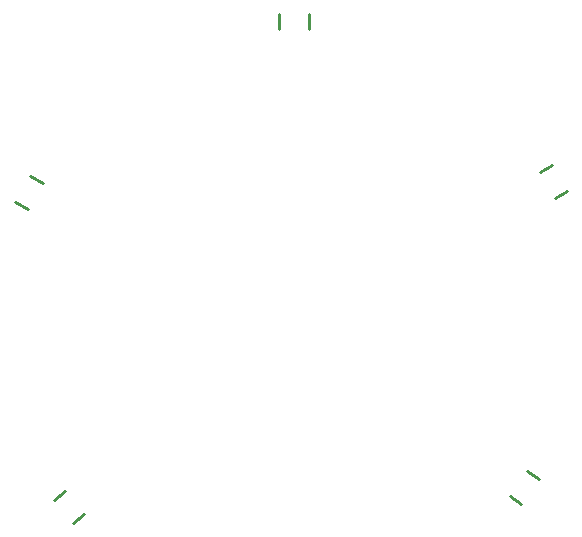
<source format=gbr>
%TF.GenerationSoftware,KiCad,Pcbnew,(6.0.4)*%
%TF.CreationDate,2022-06-06T14:47:46-07:00*%
%TF.ProjectId,Alpenglow_SunnySurprise_PCB,416c7065-6e67-46c6-9f77-5f53756e6e79,rev?*%
%TF.SameCoordinates,Original*%
%TF.FileFunction,Legend,Top*%
%TF.FilePolarity,Positive*%
%FSLAX46Y46*%
G04 Gerber Fmt 4.6, Leading zero omitted, Abs format (unit mm)*
G04 Created by KiCad (PCBNEW (6.0.4)) date 2022-06-06 14:47:46*
%MOMM*%
%LPD*%
G01*
G04 APERTURE LIST*
G04 Aperture macros list*
%AMHorizOval*
0 Thick line with rounded ends*
0 $1 width*
0 $2 $3 position (X,Y) of the first rounded end (center of the circle)*
0 $4 $5 position (X,Y) of the second rounded end (center of the circle)*
0 Add line between two ends*
20,1,$1,$2,$3,$4,$5,0*
0 Add two circle primitives to create the rounded ends*
1,1,$1,$2,$3*
1,1,$1,$4,$5*%
%AMRotRect*
0 Rectangle, with rotation*
0 The origin of the aperture is its center*
0 $1 length*
0 $2 width*
0 $3 Rotation angle, in degrees counterclockwise*
0 Add horizontal line*
21,1,$1,$2,0,0,$3*%
G04 Aperture macros list end*
%ADD10C,0.120000*%
%ADD11C,0.254000*%
%ADD12R,1.800000X1.800000*%
%ADD13C,1.800000*%
%ADD14RotRect,1.800000X1.800000X240.000000*%
%ADD15RotRect,1.800000X1.800000X120.000000*%
%ADD16RotRect,1.800000X1.800000X310.000000*%
%ADD17RotRect,1.800000X1.800000X55.000000*%
%ADD18O,2.500000X4.000000*%
%ADD19HorizOval,1.900000X-0.400000X-0.692820X0.400000X0.692820X0*%
%ADD20RotRect,1.300000X2.500000X330.000000*%
%ADD21HorizOval,1.300000X-0.300000X-0.519615X0.300000X0.519615X0*%
G04 APERTURE END LIST*
D10*
%TO.C,D1*%
X153924000Y-65468000D02*
X153924000Y-65468000D01*
X151384000Y-65468000D02*
X151384000Y-65468000D01*
D11*
X151384000Y-64262000D02*
X151384000Y-65468000D01*
X153924000Y-64262000D02*
X153924000Y-65468000D01*
D10*
%TO.C,D2*%
X131398693Y-78581000D02*
X131398693Y-78581000D01*
X130128693Y-80780705D02*
X130128693Y-80780705D01*
D11*
X129084266Y-80177705D02*
X130128693Y-80780705D01*
X130354266Y-77978000D02*
X131398693Y-78581000D01*
D10*
%TO.C,D3*%
X174747507Y-79825600D02*
X174747507Y-79825600D01*
D11*
X174521934Y-77022895D02*
X173477507Y-77625895D01*
X175791934Y-79222600D02*
X174747507Y-79825600D01*
D10*
X173477507Y-77625895D02*
X173477507Y-77625895D01*
%TO.C,D4*%
X134917353Y-106525964D02*
X134917353Y-106525964D01*
D11*
X132360822Y-105355412D02*
X133284672Y-104580211D01*
X133993503Y-107301165D02*
X134917353Y-106525964D01*
D10*
X133284672Y-104580211D02*
X133284672Y-104580211D01*
D11*
%TO.C,D5*%
X173382466Y-103624550D02*
X172394568Y-102932816D01*
X171925582Y-105705196D02*
X170937684Y-105013463D01*
D10*
X172394568Y-102932816D02*
X172394568Y-102932816D01*
X170937684Y-105013463D02*
X170937684Y-105013463D01*
%TD*%
%LPC*%
%TO.C,G\u002A\u002A\u002A*%
G36*
X163269967Y-85919593D02*
G01*
X163637340Y-85991826D01*
X163650222Y-85995068D01*
X164002887Y-86104788D01*
X164340209Y-86250004D01*
X164659842Y-86428352D01*
X164959441Y-86637468D01*
X165236662Y-86874987D01*
X165489159Y-87138544D01*
X165714588Y-87425776D01*
X165910603Y-87734316D01*
X166074859Y-88061802D01*
X166205011Y-88405868D01*
X166270067Y-88636694D01*
X166331296Y-88951917D01*
X166365990Y-89282152D01*
X166373621Y-89615085D01*
X166353662Y-89938404D01*
X166332618Y-90096078D01*
X166253363Y-90467706D01*
X166138408Y-90823671D01*
X165989644Y-91162065D01*
X165808966Y-91480979D01*
X165598267Y-91778504D01*
X165359439Y-92052733D01*
X165094377Y-92301755D01*
X164804973Y-92523664D01*
X164493120Y-92716550D01*
X164160713Y-92878505D01*
X163809644Y-93007620D01*
X163441806Y-93101987D01*
X163329970Y-93122977D01*
X163259726Y-93132101D01*
X163162161Y-93140723D01*
X163045585Y-93148517D01*
X162918313Y-93155155D01*
X162788655Y-93160313D01*
X162664925Y-93163664D01*
X162555435Y-93164882D01*
X162468497Y-93163640D01*
X162412424Y-93159612D01*
X162409245Y-93159113D01*
X162366439Y-93152686D01*
X162296923Y-93143074D01*
X162213708Y-93132062D01*
X162189072Y-93128888D01*
X161849967Y-93065760D01*
X161515098Y-92965033D01*
X161188303Y-92829138D01*
X160873422Y-92660505D01*
X160574291Y-92461565D01*
X160294751Y-92234750D01*
X160038641Y-91982488D01*
X159809798Y-91707212D01*
X159701516Y-91553774D01*
X159503670Y-91222561D01*
X159344820Y-90882663D01*
X159224657Y-90533003D01*
X159142876Y-90172501D01*
X159099168Y-89800079D01*
X159093141Y-89417309D01*
X159102951Y-89210178D01*
X159119161Y-89029904D01*
X159143593Y-88863578D01*
X159178066Y-88698288D01*
X159214508Y-88556631D01*
X159334422Y-88194456D01*
X159489290Y-87850575D01*
X159677552Y-87526880D01*
X159897647Y-87225260D01*
X160148013Y-86947606D01*
X160427088Y-86695811D01*
X160733312Y-86471763D01*
X161065123Y-86277355D01*
X161119475Y-86249631D01*
X161451182Y-86105782D01*
X161798988Y-85996926D01*
X162158832Y-85923470D01*
X162526651Y-85885824D01*
X162898384Y-85884395D01*
X163269967Y-85919593D01*
G37*
G36*
X137227095Y-97674920D02*
G01*
X137390304Y-97998770D01*
X137548507Y-98312888D01*
X137700774Y-98615420D01*
X137846176Y-98904510D01*
X137983782Y-99178303D01*
X138112663Y-99434944D01*
X138231888Y-99672577D01*
X138340529Y-99889347D01*
X138437655Y-100083399D01*
X138522336Y-100252878D01*
X138593643Y-100395928D01*
X138650645Y-100510694D01*
X138692414Y-100595321D01*
X138718018Y-100647953D01*
X138726529Y-100666735D01*
X138726520Y-100666751D01*
X138706449Y-100667802D01*
X138648697Y-100670023D01*
X138555592Y-100673342D01*
X138429467Y-100677683D01*
X138272650Y-100682972D01*
X138087473Y-100689137D01*
X137876266Y-100696102D01*
X137641358Y-100703795D01*
X137385081Y-100712140D01*
X137109765Y-100721065D01*
X136817740Y-100730494D01*
X136511336Y-100740355D01*
X136192884Y-100750573D01*
X135864713Y-100761074D01*
X135529155Y-100771785D01*
X135188540Y-100782631D01*
X134845197Y-100793539D01*
X134501458Y-100804434D01*
X134159652Y-100815243D01*
X133822110Y-100825891D01*
X133491162Y-100836305D01*
X133169139Y-100846411D01*
X132858371Y-100856135D01*
X132561187Y-100865403D01*
X132279920Y-100874140D01*
X132016898Y-100882274D01*
X131774452Y-100889730D01*
X131554912Y-100896434D01*
X131360609Y-100902312D01*
X131193873Y-100907290D01*
X131057035Y-100911295D01*
X130952424Y-100914252D01*
X130882371Y-100916088D01*
X130849207Y-100916728D01*
X130848214Y-100916725D01*
X130815837Y-100909216D01*
X130816999Y-100892089D01*
X130831647Y-100872690D01*
X130869662Y-100823742D01*
X130929583Y-100747095D01*
X131009949Y-100644603D01*
X131109298Y-100518116D01*
X131226168Y-100369485D01*
X131359097Y-100200563D01*
X131506623Y-100013200D01*
X131667286Y-99809249D01*
X131839624Y-99590561D01*
X132022174Y-99358988D01*
X132213475Y-99116380D01*
X132412065Y-98864590D01*
X132616483Y-98605470D01*
X132825268Y-98340870D01*
X133036956Y-98072642D01*
X133250087Y-97802638D01*
X133463200Y-97532709D01*
X133674831Y-97264707D01*
X133883521Y-97000484D01*
X134087806Y-96741890D01*
X134286226Y-96490778D01*
X134477318Y-96249000D01*
X134659622Y-96018405D01*
X134831675Y-95800847D01*
X134992015Y-95598177D01*
X135139181Y-95412246D01*
X135271712Y-95244906D01*
X135388145Y-95098008D01*
X135487020Y-94973404D01*
X135566873Y-94872945D01*
X135626245Y-94798484D01*
X135663672Y-94751871D01*
X135677447Y-94735195D01*
X135721742Y-94688858D01*
X137227095Y-97674920D01*
G37*
G36*
X140714377Y-102971026D02*
G01*
X140763806Y-102998100D01*
X140843219Y-103043186D01*
X140950445Y-103104991D01*
X141083312Y-103182223D01*
X141239650Y-103273590D01*
X141417288Y-103377799D01*
X141614053Y-103493558D01*
X141827776Y-103619574D01*
X142056284Y-103754556D01*
X142297407Y-103897210D01*
X142548973Y-104046245D01*
X142808812Y-104200368D01*
X143074751Y-104358286D01*
X143344621Y-104518708D01*
X143616249Y-104680340D01*
X143887464Y-104841892D01*
X144156095Y-105002069D01*
X144419972Y-105159581D01*
X144676923Y-105313133D01*
X144924776Y-105461435D01*
X145161360Y-105603194D01*
X145384505Y-105737117D01*
X145592039Y-105861912D01*
X145781791Y-105976287D01*
X145951589Y-106078949D01*
X146099263Y-106168605D01*
X146222642Y-106243965D01*
X146319553Y-106303734D01*
X146387826Y-106346622D01*
X146425290Y-106371334D01*
X146432080Y-106376908D01*
X146416275Y-106389244D01*
X146369265Y-106422739D01*
X146292973Y-106476082D01*
X146189324Y-106547963D01*
X146060243Y-106637070D01*
X145907654Y-106742093D01*
X145733483Y-106861722D01*
X145539653Y-106994644D01*
X145328089Y-107139550D01*
X145100716Y-107295129D01*
X144859459Y-107460070D01*
X144606241Y-107633062D01*
X144342988Y-107812794D01*
X144071624Y-107997956D01*
X143794074Y-108187237D01*
X143512263Y-108379327D01*
X143228114Y-108572913D01*
X142943553Y-108766686D01*
X142660504Y-108959335D01*
X142380892Y-109149549D01*
X142106641Y-109336018D01*
X141839676Y-109517430D01*
X141581922Y-109692474D01*
X141335302Y-109859841D01*
X141101743Y-110018218D01*
X140883168Y-110166297D01*
X140681501Y-110302764D01*
X140498669Y-110426311D01*
X140336594Y-110535626D01*
X140197202Y-110629398D01*
X140082418Y-110706317D01*
X139994165Y-110765071D01*
X139934369Y-110804351D01*
X139904954Y-110822844D01*
X139902207Y-110824164D01*
X139893876Y-110807135D01*
X139891515Y-110778746D01*
X139893539Y-110755210D01*
X139899450Y-110694196D01*
X139909008Y-110598047D01*
X139921970Y-110469104D01*
X139938095Y-110309706D01*
X139957143Y-110122197D01*
X139978871Y-109908916D01*
X140003039Y-109672205D01*
X140029404Y-109414405D01*
X140057727Y-109137858D01*
X140087765Y-108844903D01*
X140119278Y-108537883D01*
X140152023Y-108219139D01*
X140185759Y-107891011D01*
X140220246Y-107555842D01*
X140255242Y-107215971D01*
X140290505Y-106873740D01*
X140325795Y-106531491D01*
X140360870Y-106191564D01*
X140395488Y-105856300D01*
X140429409Y-105528041D01*
X140462390Y-105209128D01*
X140494192Y-104901902D01*
X140524572Y-104608704D01*
X140553288Y-104331875D01*
X140580101Y-104073757D01*
X140604768Y-103836690D01*
X140627048Y-103623015D01*
X140646700Y-103435075D01*
X140663483Y-103275209D01*
X140677154Y-103145759D01*
X140687474Y-103049067D01*
X140694200Y-102987472D01*
X140697092Y-102963317D01*
X140697104Y-102963256D01*
X140714377Y-102971026D01*
G37*
G36*
X142408092Y-85885427D02*
G01*
X142785083Y-85925768D01*
X143084028Y-85986401D01*
X143441062Y-86094961D01*
X143781885Y-86238880D01*
X144104324Y-86416029D01*
X144406202Y-86624277D01*
X144685344Y-86861492D01*
X144939574Y-87125545D01*
X145166716Y-87414303D01*
X145364596Y-87725637D01*
X145531036Y-88057416D01*
X145663863Y-88407508D01*
X145708316Y-88556631D01*
X145752235Y-88730518D01*
X145784641Y-88895006D01*
X145807354Y-89063007D01*
X145822196Y-89247431D01*
X145829684Y-89417309D01*
X145823488Y-89802638D01*
X145779524Y-90174976D01*
X145697484Y-90535401D01*
X145577061Y-90884992D01*
X145417948Y-91224827D01*
X145221308Y-91553774D01*
X144998850Y-91852835D01*
X144747034Y-92126283D01*
X144468719Y-92372267D01*
X144166764Y-92588935D01*
X143844027Y-92774437D01*
X143503367Y-92926921D01*
X143147643Y-93044535D01*
X142799490Y-93122091D01*
X142727783Y-93131448D01*
X142628978Y-93140279D01*
X142511375Y-93148254D01*
X142383272Y-93155041D01*
X142252969Y-93160307D01*
X142128765Y-93163721D01*
X142018959Y-93164952D01*
X141931850Y-93163667D01*
X141875739Y-93159536D01*
X141873075Y-93159113D01*
X141830277Y-93152649D01*
X141760773Y-93142936D01*
X141677572Y-93131780D01*
X141652902Y-93128554D01*
X141304053Y-93063340D01*
X140963211Y-92960669D01*
X140633371Y-92822798D01*
X140317526Y-92651988D01*
X140018673Y-92450497D01*
X139739805Y-92220583D01*
X139483917Y-91964507D01*
X139254004Y-91684526D01*
X139053061Y-91382900D01*
X138884082Y-91061887D01*
X138868994Y-91028665D01*
X138733320Y-90678024D01*
X138634697Y-90317375D01*
X138573066Y-89950129D01*
X138548366Y-89579698D01*
X138560538Y-89209495D01*
X138609522Y-88842931D01*
X138695258Y-88483419D01*
X138817685Y-88134369D01*
X138923920Y-87900613D01*
X139108683Y-87574487D01*
X139324733Y-87270549D01*
X139569372Y-86990987D01*
X139839903Y-86737990D01*
X140133627Y-86513747D01*
X140447848Y-86320446D01*
X140779867Y-86160276D01*
X141126986Y-86035427D01*
X141272602Y-85995068D01*
X141647713Y-85920097D01*
X142027589Y-85883543D01*
X142408092Y-85885427D01*
G37*
G36*
X136183844Y-85104298D02*
G01*
X136185055Y-85106531D01*
X136183836Y-85129692D01*
X136179104Y-85190153D01*
X136171097Y-85285360D01*
X136160051Y-85412756D01*
X136146202Y-85569787D01*
X136129787Y-85753898D01*
X136111042Y-85962532D01*
X136090203Y-86193136D01*
X136067507Y-86443153D01*
X136043190Y-86710028D01*
X136017489Y-86991207D01*
X135990640Y-87284134D01*
X135962878Y-87586253D01*
X135934442Y-87895009D01*
X135905566Y-88207848D01*
X135876488Y-88522214D01*
X135847444Y-88835551D01*
X135818670Y-89145305D01*
X135790402Y-89448920D01*
X135762877Y-89743840D01*
X135736331Y-90027512D01*
X135711001Y-90297378D01*
X135687123Y-90550885D01*
X135664934Y-90785477D01*
X135644669Y-90998598D01*
X135626565Y-91187694D01*
X135610859Y-91350209D01*
X135597786Y-91483588D01*
X135587584Y-91585275D01*
X135580489Y-91652716D01*
X135576736Y-91683355D01*
X135576597Y-91684094D01*
X135563947Y-91718606D01*
X135552717Y-91727768D01*
X135534243Y-91717673D01*
X135482886Y-91688306D01*
X135400300Y-91640633D01*
X135288141Y-91575621D01*
X135148066Y-91494234D01*
X134981729Y-91397439D01*
X134790787Y-91286202D01*
X134576894Y-91161487D01*
X134341707Y-91024262D01*
X134086880Y-90875492D01*
X133814071Y-90716142D01*
X133524934Y-90547178D01*
X133221124Y-90369567D01*
X132904299Y-90184274D01*
X132576112Y-89992265D01*
X132238221Y-89794505D01*
X132131335Y-89731932D01*
X131791047Y-89532627D01*
X131460182Y-89338675D01*
X131140381Y-89151046D01*
X130833286Y-88970708D01*
X130540538Y-88798631D01*
X130263777Y-88635783D01*
X130004646Y-88483133D01*
X129764783Y-88341651D01*
X129545832Y-88212304D01*
X129349433Y-88096063D01*
X129177227Y-87993896D01*
X129030855Y-87906771D01*
X128911958Y-87835659D01*
X128822178Y-87781527D01*
X128763155Y-87745346D01*
X128736531Y-87728083D01*
X128735120Y-87726713D01*
X128754743Y-87719024D01*
X128810276Y-87698561D01*
X128899914Y-87665972D01*
X129021851Y-87621902D01*
X129174283Y-87566998D01*
X129355404Y-87501907D01*
X129563409Y-87427274D01*
X129796492Y-87343747D01*
X130052850Y-87251972D01*
X130330675Y-87152595D01*
X130628165Y-87046263D01*
X130943512Y-86933623D01*
X131274912Y-86815320D01*
X131620559Y-86692001D01*
X131978650Y-86564313D01*
X132347377Y-86432903D01*
X132462124Y-86392022D01*
X132905364Y-86234154D01*
X133312424Y-86089249D01*
X133684816Y-85956783D01*
X134024053Y-85836235D01*
X134331648Y-85727082D01*
X134609112Y-85628803D01*
X134857959Y-85540874D01*
X135079699Y-85462775D01*
X135275847Y-85393982D01*
X135447913Y-85333973D01*
X135597411Y-85282226D01*
X135725853Y-85238220D01*
X135834752Y-85201431D01*
X135925618Y-85171338D01*
X135999966Y-85147419D01*
X136059307Y-85129150D01*
X136105154Y-85116011D01*
X136139018Y-85107478D01*
X136162413Y-85103030D01*
X136176851Y-85102144D01*
X136183844Y-85104298D01*
G37*
G36*
X169266878Y-94378947D02*
G01*
X169304605Y-94421895D01*
X169364820Y-94492156D01*
X169446038Y-94587941D01*
X169546777Y-94707458D01*
X169665553Y-94848915D01*
X169800882Y-95010523D01*
X169951281Y-95190488D01*
X170115266Y-95387022D01*
X170291353Y-95598332D01*
X170478059Y-95822628D01*
X170673901Y-96058118D01*
X170877394Y-96303011D01*
X171087055Y-96555517D01*
X171301400Y-96813844D01*
X171518947Y-97076201D01*
X171738210Y-97340797D01*
X171957707Y-97605842D01*
X172175954Y-97869543D01*
X172391468Y-98130110D01*
X172602764Y-98385753D01*
X172808360Y-98634679D01*
X173006771Y-98875098D01*
X173196514Y-99105218D01*
X173376106Y-99323249D01*
X173544062Y-99527400D01*
X173698899Y-99715879D01*
X173839134Y-99886896D01*
X173963283Y-100038659D01*
X174069862Y-100169377D01*
X174157388Y-100277259D01*
X174224378Y-100360515D01*
X174269346Y-100417353D01*
X174290811Y-100445982D01*
X174292418Y-100448726D01*
X174289843Y-100463793D01*
X174263027Y-100471629D01*
X174205367Y-100473616D01*
X174175650Y-100473163D01*
X174142426Y-100472663D01*
X174071271Y-100471786D01*
X173964284Y-100470555D01*
X173823564Y-100468990D01*
X173651209Y-100467114D01*
X173449318Y-100464950D01*
X173219989Y-100462519D01*
X172965322Y-100459842D01*
X172687415Y-100456943D01*
X172388367Y-100453844D01*
X172070276Y-100450565D01*
X171735241Y-100447129D01*
X171385361Y-100443559D01*
X171022734Y-100439876D01*
X170649460Y-100436102D01*
X170465589Y-100434249D01*
X170085718Y-100430406D01*
X169714197Y-100426609D01*
X169353222Y-100422881D01*
X169004991Y-100419247D01*
X168671700Y-100415731D01*
X168355544Y-100412357D01*
X168058722Y-100409150D01*
X167783429Y-100406133D01*
X167531861Y-100403331D01*
X167306216Y-100400768D01*
X167108690Y-100398468D01*
X166941479Y-100396454D01*
X166806781Y-100394752D01*
X166706791Y-100393386D01*
X166643705Y-100392379D01*
X166628675Y-100392067D01*
X166374583Y-100385945D01*
X167805991Y-97383581D01*
X167961817Y-97056836D01*
X168113093Y-96739829D01*
X168258912Y-96434450D01*
X168398368Y-96142590D01*
X168530553Y-95866140D01*
X168654563Y-95606989D01*
X168769490Y-95367029D01*
X168874428Y-95148149D01*
X168968471Y-94952241D01*
X169050712Y-94781195D01*
X169120245Y-94636902D01*
X169176164Y-94521252D01*
X169217562Y-94436135D01*
X169243533Y-94383443D01*
X169253123Y-94365104D01*
X169266878Y-94378947D01*
G37*
G36*
X158977023Y-67554062D02*
G01*
X158978856Y-67555740D01*
X158983010Y-67576473D01*
X158992774Y-67634894D01*
X159007856Y-67729097D01*
X159027965Y-67857175D01*
X159052813Y-68017221D01*
X159082107Y-68207330D01*
X159115559Y-68425594D01*
X159152877Y-68670107D01*
X159193771Y-68938963D01*
X159237951Y-69230255D01*
X159285127Y-69542077D01*
X159335008Y-69872522D01*
X159387303Y-70219684D01*
X159441723Y-70581656D01*
X159497978Y-70956532D01*
X159555776Y-71342405D01*
X159568451Y-71427121D01*
X159626575Y-71815635D01*
X159683174Y-72193863D01*
X159737959Y-72559877D01*
X159790640Y-72911750D01*
X159840929Y-73247554D01*
X159888537Y-73565362D01*
X159933174Y-73863245D01*
X159974551Y-74139275D01*
X160012380Y-74391525D01*
X160046372Y-74618067D01*
X160076236Y-74816973D01*
X160101685Y-74986315D01*
X160122428Y-75124166D01*
X160138178Y-75228597D01*
X160148645Y-75297681D01*
X160153540Y-75329491D01*
X160153827Y-75331217D01*
X160151325Y-75367102D01*
X160129677Y-75375193D01*
X160107254Y-75369490D01*
X160048475Y-75353012D01*
X159955367Y-75326353D01*
X159829958Y-75290107D01*
X159674275Y-75244868D01*
X159490345Y-75191229D01*
X159280195Y-75129784D01*
X159045852Y-75061128D01*
X158789345Y-74985854D01*
X158512699Y-74904556D01*
X158217943Y-74817828D01*
X157907103Y-74726263D01*
X157582207Y-74630457D01*
X157245282Y-74531002D01*
X156929985Y-74437842D01*
X156584162Y-74335562D01*
X156248732Y-74236248D01*
X155925707Y-74140500D01*
X155617099Y-74048919D01*
X155324921Y-73962106D01*
X155051184Y-73880660D01*
X154797900Y-73805184D01*
X154567082Y-73736277D01*
X154360742Y-73674540D01*
X154180892Y-73620574D01*
X154029544Y-73574979D01*
X153908709Y-73538356D01*
X153820402Y-73511306D01*
X153766632Y-73494430D01*
X153749402Y-73488408D01*
X153756440Y-73469113D01*
X153785772Y-73427263D01*
X153832370Y-73369567D01*
X153875664Y-73319888D01*
X153898699Y-73293954D01*
X153946138Y-73240320D01*
X154016412Y-73160767D01*
X154107952Y-73057075D01*
X154219187Y-72931026D01*
X154348548Y-72784400D01*
X154494465Y-72618979D01*
X154655368Y-72436543D01*
X154829687Y-72238873D01*
X155015852Y-72027751D01*
X155212295Y-71804958D01*
X155417444Y-71572273D01*
X155629731Y-71331479D01*
X155847585Y-71084356D01*
X156069436Y-70832686D01*
X156293716Y-70578249D01*
X156518853Y-70322826D01*
X156743279Y-70068199D01*
X156965422Y-69816147D01*
X157183715Y-69568453D01*
X157396586Y-69326897D01*
X157602466Y-69093260D01*
X157799786Y-68869324D01*
X157986975Y-68656868D01*
X158162463Y-68457675D01*
X158324682Y-68273525D01*
X158472060Y-68106198D01*
X158603029Y-67957477D01*
X158716018Y-67829142D01*
X158809458Y-67722974D01*
X158881778Y-67640754D01*
X158931410Y-67584263D01*
X158956783Y-67555282D01*
X158959815Y-67551758D01*
X158977023Y-67554062D01*
G37*
G36*
X155190947Y-107027049D02*
G01*
X155388265Y-107027240D01*
X155559749Y-107027599D01*
X155702870Y-107028135D01*
X155815096Y-107028856D01*
X155893900Y-107029769D01*
X155936751Y-107030884D01*
X155944154Y-107031669D01*
X155935940Y-107051279D01*
X155911947Y-107105125D01*
X155873151Y-107191085D01*
X155820525Y-107307037D01*
X155755046Y-107450860D01*
X155677687Y-107620432D01*
X155589424Y-107813632D01*
X155491231Y-108028337D01*
X155384084Y-108262426D01*
X155268957Y-108513778D01*
X155146825Y-108780271D01*
X155018663Y-109059784D01*
X154885445Y-109350194D01*
X154748148Y-109649380D01*
X154607745Y-109955221D01*
X154465211Y-110265594D01*
X154321521Y-110578379D01*
X154177651Y-110891454D01*
X154034574Y-111202696D01*
X153893266Y-111509985D01*
X153754702Y-111811199D01*
X153619856Y-112104215D01*
X153489704Y-112386914D01*
X153365220Y-112657172D01*
X153247378Y-112912868D01*
X153137155Y-113151882D01*
X153035524Y-113372090D01*
X152943461Y-113571372D01*
X152861941Y-113747605D01*
X152791938Y-113898669D01*
X152734427Y-114022441D01*
X152690383Y-114116800D01*
X152660781Y-114179625D01*
X152646595Y-114208793D01*
X152645517Y-114210642D01*
X152635725Y-114194211D01*
X152609714Y-114143269D01*
X152568305Y-114059534D01*
X152512315Y-113944719D01*
X152442564Y-113800542D01*
X152359869Y-113628716D01*
X152265051Y-113430959D01*
X152158928Y-113208984D01*
X152042318Y-112964508D01*
X151916041Y-112699246D01*
X151780915Y-112414913D01*
X151637760Y-112113226D01*
X151487393Y-111795899D01*
X151330635Y-111464648D01*
X151168303Y-111121189D01*
X151001216Y-110767237D01*
X150942328Y-110642387D01*
X150773848Y-110284998D01*
X150610052Y-109937311D01*
X150451749Y-109601054D01*
X150299747Y-109277953D01*
X150154856Y-108969736D01*
X150017885Y-108678129D01*
X149889643Y-108404859D01*
X149770938Y-108151653D01*
X149662579Y-107920238D01*
X149565376Y-107712342D01*
X149480138Y-107529690D01*
X149407673Y-107374010D01*
X149348790Y-107247029D01*
X149304299Y-107150474D01*
X149275009Y-107086071D01*
X149261727Y-107055549D01*
X149261004Y-107053194D01*
X149282051Y-107051821D01*
X149340504Y-107050413D01*
X149433833Y-107048979D01*
X149559510Y-107047525D01*
X149715005Y-107046060D01*
X149897787Y-107044593D01*
X150105327Y-107043131D01*
X150335097Y-107041683D01*
X150584565Y-107040257D01*
X150851203Y-107038860D01*
X151132480Y-107037502D01*
X151425867Y-107036190D01*
X151728835Y-107034932D01*
X152038854Y-107033737D01*
X152353395Y-107032613D01*
X152669926Y-107031567D01*
X152985920Y-107030609D01*
X153298846Y-107029745D01*
X153606175Y-107028985D01*
X153905377Y-107028336D01*
X154193923Y-107027807D01*
X154469282Y-107027406D01*
X154728925Y-107027140D01*
X154970324Y-107027018D01*
X155190947Y-107027049D01*
G37*
G36*
X164286696Y-102665837D02*
G01*
X164290727Y-102675333D01*
X164293812Y-102697215D01*
X164302822Y-102756314D01*
X164317391Y-102850315D01*
X164337151Y-102976901D01*
X164361734Y-103133756D01*
X164390773Y-103318564D01*
X164423901Y-103529009D01*
X164460751Y-103762775D01*
X164500955Y-104017544D01*
X164544146Y-104291003D01*
X164589956Y-104580833D01*
X164638019Y-104884719D01*
X164687967Y-105200345D01*
X164739433Y-105525394D01*
X164792049Y-105857551D01*
X164845448Y-106194499D01*
X164899263Y-106533922D01*
X164953126Y-106873504D01*
X165006671Y-107210928D01*
X165059529Y-107543879D01*
X165111334Y-107870040D01*
X165161718Y-108187096D01*
X165210314Y-108492729D01*
X165256755Y-108784624D01*
X165300673Y-109060465D01*
X165341701Y-109317935D01*
X165379472Y-109554718D01*
X165413618Y-109768499D01*
X165443772Y-109956960D01*
X165469566Y-110117786D01*
X165490635Y-110248661D01*
X165506609Y-110347267D01*
X165517122Y-110411291D01*
X165521807Y-110438414D01*
X165521905Y-110438861D01*
X165524451Y-110473208D01*
X165517073Y-110483195D01*
X165498648Y-110472952D01*
X165447588Y-110443024D01*
X165365539Y-110394399D01*
X165254146Y-110328064D01*
X165115057Y-110245006D01*
X164949916Y-110146213D01*
X164760369Y-110032672D01*
X164548063Y-109905371D01*
X164314644Y-109765297D01*
X164061757Y-109613437D01*
X163791048Y-109450779D01*
X163504163Y-109278311D01*
X163202748Y-109097019D01*
X162888448Y-108907892D01*
X162562911Y-108711917D01*
X162227781Y-108510080D01*
X162129024Y-108450586D01*
X161791351Y-108247120D01*
X161462799Y-108049089D01*
X161145014Y-107857490D01*
X160839642Y-107673317D01*
X160548332Y-107497565D01*
X160272730Y-107331230D01*
X160014482Y-107175306D01*
X159775236Y-107030789D01*
X159556638Y-106898673D01*
X159360336Y-106779955D01*
X159187976Y-106675629D01*
X159041205Y-106586690D01*
X158921670Y-106514134D01*
X158831018Y-106458955D01*
X158770895Y-106422148D01*
X158742949Y-106404710D01*
X158741103Y-106403422D01*
X158756085Y-106391209D01*
X158802180Y-106358060D01*
X158877293Y-106305394D01*
X158979328Y-106234630D01*
X159106190Y-106147187D01*
X159255784Y-106044484D01*
X159426016Y-105927940D01*
X159614789Y-105798974D01*
X159820008Y-105659006D01*
X160039579Y-105509454D01*
X160271406Y-105351736D01*
X160513393Y-105187273D01*
X160763447Y-105017484D01*
X161019471Y-104843786D01*
X161279370Y-104667600D01*
X161541049Y-104490343D01*
X161802413Y-104313436D01*
X162061367Y-104138298D01*
X162315815Y-103966346D01*
X162563662Y-103799001D01*
X162802814Y-103637681D01*
X163031174Y-103483805D01*
X163246648Y-103338792D01*
X163447140Y-103204062D01*
X163630556Y-103081033D01*
X163794799Y-102971125D01*
X163937776Y-102875756D01*
X164057390Y-102796345D01*
X164151546Y-102734311D01*
X164218150Y-102691074D01*
X164255105Y-102668052D01*
X164261431Y-102664693D01*
X164286696Y-102665837D01*
G37*
G36*
X145429205Y-67603182D02*
G01*
X145443919Y-67612828D01*
X145464796Y-67629769D01*
X145492945Y-67655184D01*
X145529476Y-67690251D01*
X145575500Y-67736148D01*
X145632126Y-67794055D01*
X145700465Y-67865149D01*
X145781628Y-67950608D01*
X145876723Y-68051612D01*
X145986862Y-68169339D01*
X146113154Y-68304966D01*
X146256710Y-68459673D01*
X146418640Y-68634638D01*
X146600054Y-68831038D01*
X146802062Y-69050054D01*
X147025774Y-69292863D01*
X147272301Y-69560643D01*
X147542753Y-69854572D01*
X147838239Y-70175831D01*
X148104781Y-70465684D01*
X148372011Y-70756472D01*
X148631769Y-71039456D01*
X148882771Y-71313226D01*
X149123736Y-71576372D01*
X149353384Y-71827484D01*
X149570431Y-72065151D01*
X149773596Y-72287964D01*
X149961598Y-72494512D01*
X150133154Y-72683386D01*
X150286983Y-72853174D01*
X150421803Y-73002468D01*
X150536332Y-73129856D01*
X150629289Y-73233930D01*
X150699391Y-73313277D01*
X150745358Y-73366490D01*
X150765906Y-73392157D01*
X150766877Y-73394355D01*
X150746540Y-73401783D01*
X150690468Y-73420532D01*
X150601086Y-73449830D01*
X150480822Y-73488904D01*
X150332101Y-73536980D01*
X150157349Y-73593286D01*
X149958992Y-73657050D01*
X149739456Y-73727498D01*
X149501167Y-73803858D01*
X149246551Y-73885357D01*
X148978034Y-73971221D01*
X148698043Y-74060679D01*
X148409002Y-74152957D01*
X148113338Y-74247282D01*
X147813477Y-74342883D01*
X147511845Y-74438984D01*
X147210869Y-74534815D01*
X146912973Y-74629602D01*
X146620584Y-74722572D01*
X146336128Y-74812953D01*
X146062030Y-74899972D01*
X145800718Y-74982855D01*
X145554617Y-75060830D01*
X145326152Y-75133124D01*
X145117751Y-75198965D01*
X144931838Y-75257579D01*
X144770840Y-75308194D01*
X144637183Y-75350037D01*
X144533293Y-75382335D01*
X144461596Y-75404315D01*
X144424517Y-75415204D01*
X144419842Y-75416284D01*
X144412050Y-75398118D01*
X144412148Y-75349531D01*
X144417152Y-75301194D01*
X144421251Y-75269763D01*
X144430173Y-75200634D01*
X144443660Y-75095818D01*
X144461456Y-74957325D01*
X144483302Y-74787165D01*
X144508940Y-74587349D01*
X144538114Y-74359887D01*
X144570564Y-74106788D01*
X144606035Y-73830064D01*
X144644267Y-73531724D01*
X144685003Y-73213778D01*
X144727985Y-72878238D01*
X144772956Y-72527113D01*
X144819658Y-72162413D01*
X144867834Y-71786149D01*
X144914305Y-71423140D01*
X144963542Y-71038824D01*
X145011548Y-70664757D01*
X145058067Y-70302908D01*
X145102842Y-69955245D01*
X145145619Y-69623734D01*
X145186140Y-69310345D01*
X145224150Y-69017046D01*
X145259392Y-68745803D01*
X145291611Y-68498586D01*
X145320550Y-68277362D01*
X145345954Y-68084100D01*
X145367566Y-67920766D01*
X145385130Y-67789330D01*
X145398390Y-67691758D01*
X145407091Y-67630020D01*
X145410932Y-67606232D01*
X145413821Y-67601062D01*
X145419542Y-67599653D01*
X145429205Y-67603182D01*
G37*
G36*
X170541808Y-74641072D02*
G01*
X170519303Y-74694297D01*
X170482365Y-74779825D01*
X170431940Y-74895530D01*
X170368972Y-75039287D01*
X170294407Y-75208972D01*
X170209187Y-75402458D01*
X170114259Y-75617621D01*
X170010567Y-75852335D01*
X169899055Y-76104475D01*
X169780669Y-76371916D01*
X169656352Y-76652533D01*
X169527050Y-76944201D01*
X169393708Y-77244793D01*
X169257269Y-77552186D01*
X169118679Y-77864253D01*
X168978882Y-78178870D01*
X168838824Y-78493912D01*
X168699447Y-78807252D01*
X168561698Y-79116767D01*
X168426522Y-79420330D01*
X168294861Y-79715817D01*
X168167662Y-80001102D01*
X168045869Y-80274060D01*
X167930427Y-80532565D01*
X167822280Y-80774494D01*
X167722373Y-80997720D01*
X167631651Y-81200117D01*
X167551058Y-81379562D01*
X167481540Y-81533929D01*
X167424039Y-81661092D01*
X167379503Y-81758926D01*
X167348874Y-81825306D01*
X167333098Y-81858107D01*
X167331124Y-81861359D01*
X167316437Y-81846536D01*
X167276815Y-81803111D01*
X167213639Y-81732653D01*
X167128289Y-81636727D01*
X167022142Y-81516903D01*
X166896579Y-81374746D01*
X166752978Y-81211825D01*
X166592720Y-81029707D01*
X166417183Y-80829958D01*
X166227746Y-80614148D01*
X166025789Y-80383842D01*
X165812691Y-80140608D01*
X165589831Y-79886014D01*
X165358589Y-79621627D01*
X165127404Y-79357096D01*
X164889387Y-79084601D01*
X164658540Y-78820230D01*
X164436235Y-78565560D01*
X164223845Y-78322166D01*
X164022742Y-78091625D01*
X163834300Y-77875511D01*
X163659891Y-77675402D01*
X163500888Y-77492873D01*
X163358664Y-77329500D01*
X163234591Y-77186858D01*
X163130044Y-77066525D01*
X163046394Y-76970075D01*
X162985013Y-76899085D01*
X162947276Y-76855131D01*
X162934560Y-76839818D01*
X162953014Y-76833336D01*
X163007690Y-76816372D01*
X163096361Y-76789573D01*
X163216798Y-76753589D01*
X163366770Y-76709070D01*
X163544049Y-76656665D01*
X163746407Y-76597022D01*
X163971613Y-76530791D01*
X164217439Y-76458621D01*
X164481655Y-76381161D01*
X164762033Y-76299061D01*
X165056343Y-76212969D01*
X165362357Y-76123535D01*
X165677844Y-76031408D01*
X166000577Y-75937237D01*
X166328326Y-75841672D01*
X166658862Y-75745361D01*
X166989956Y-75648954D01*
X167319378Y-75553100D01*
X167644900Y-75458448D01*
X167964293Y-75365647D01*
X168275327Y-75275346D01*
X168575773Y-75188196D01*
X168863403Y-75104844D01*
X169135987Y-75025940D01*
X169391295Y-74952133D01*
X169627100Y-74884072D01*
X169841172Y-74822407D01*
X170031281Y-74767787D01*
X170195199Y-74720861D01*
X170330697Y-74682277D01*
X170435545Y-74652686D01*
X170507514Y-74632737D01*
X170544376Y-74623078D01*
X170548937Y-74622275D01*
X170541808Y-74641072D01*
G37*
G36*
X134274200Y-75166379D02*
G01*
X134330556Y-75180376D01*
X134421044Y-75203652D01*
X134543413Y-75235600D01*
X134695412Y-75275614D01*
X134874791Y-75323086D01*
X135079300Y-75377411D01*
X135306688Y-75437980D01*
X135554705Y-75504188D01*
X135821101Y-75575428D01*
X136103625Y-75651093D01*
X136400026Y-75730576D01*
X136708055Y-75813271D01*
X137025461Y-75898571D01*
X137349994Y-75985868D01*
X137679403Y-76074557D01*
X138011437Y-76164030D01*
X138343847Y-76253681D01*
X138674383Y-76342903D01*
X139000793Y-76431090D01*
X139320827Y-76517634D01*
X139632236Y-76601928D01*
X139932768Y-76683367D01*
X140220173Y-76761343D01*
X140492201Y-76835250D01*
X140746601Y-76904480D01*
X140981124Y-76968428D01*
X141193518Y-77026485D01*
X141381533Y-77078046D01*
X141542919Y-77122505D01*
X141675426Y-77159253D01*
X141776803Y-77187684D01*
X141844800Y-77207192D01*
X141877166Y-77217170D01*
X141879602Y-77218223D01*
X141868318Y-77234386D01*
X141832869Y-77279225D01*
X141774879Y-77350800D01*
X141695973Y-77447169D01*
X141597778Y-77566393D01*
X141481918Y-77706530D01*
X141350019Y-77865642D01*
X141203705Y-78041786D01*
X141044603Y-78233023D01*
X140874337Y-78437413D01*
X140694532Y-78653015D01*
X140506814Y-78877888D01*
X140312808Y-79110092D01*
X140114140Y-79347687D01*
X139912434Y-79588732D01*
X139709316Y-79831287D01*
X139506411Y-80073411D01*
X139305344Y-80313165D01*
X139107741Y-80548607D01*
X138915227Y-80777797D01*
X138729427Y-80998795D01*
X138551966Y-81209660D01*
X138384470Y-81408452D01*
X138228564Y-81593231D01*
X138085873Y-81762055D01*
X137958022Y-81912985D01*
X137846637Y-82044081D01*
X137753343Y-82153401D01*
X137679765Y-82239005D01*
X137627528Y-82298954D01*
X137598258Y-82331306D01*
X137592531Y-82336636D01*
X137582939Y-82319266D01*
X137557299Y-82267313D01*
X137516420Y-82182506D01*
X137461114Y-82066570D01*
X137392192Y-81921232D01*
X137310462Y-81748218D01*
X137216738Y-81549255D01*
X137111828Y-81326069D01*
X136996543Y-81080387D01*
X136871695Y-80813936D01*
X136738093Y-80528441D01*
X136596548Y-80225630D01*
X136447872Y-79907229D01*
X136292873Y-79574964D01*
X136132364Y-79230562D01*
X135967155Y-78875750D01*
X135911885Y-78756980D01*
X135745402Y-78399004D01*
X135583576Y-78050728D01*
X135427205Y-77713886D01*
X135277090Y-77390212D01*
X135134031Y-77081440D01*
X134998828Y-76789305D01*
X134872279Y-76515541D01*
X134755186Y-76261883D01*
X134648347Y-76030065D01*
X134552563Y-75821820D01*
X134468633Y-75638885D01*
X134397357Y-75482992D01*
X134339535Y-75355877D01*
X134295967Y-75259273D01*
X134267452Y-75194915D01*
X134254791Y-75164538D01*
X134254225Y-75162268D01*
X134274200Y-75166379D01*
G37*
G36*
X138024195Y-97258068D02*
G01*
X137709640Y-96545617D01*
X137430624Y-95819041D01*
X137187589Y-95079581D01*
X136980977Y-94328478D01*
X136811230Y-93566973D01*
X136678791Y-92796306D01*
X136584102Y-92017718D01*
X136527605Y-91232451D01*
X136509741Y-90441744D01*
X136530954Y-89646838D01*
X136542294Y-89497372D01*
X137361677Y-89497372D01*
X137362517Y-89708685D01*
X137367592Y-89890051D01*
X137377998Y-90051434D01*
X137394834Y-90202796D01*
X137419197Y-90354098D01*
X137452186Y-90515303D01*
X137492911Y-90688309D01*
X137614118Y-91098373D01*
X137771714Y-91494692D01*
X137963721Y-91874944D01*
X138188160Y-92236804D01*
X138443052Y-92577950D01*
X138726420Y-92896058D01*
X139036284Y-93188807D01*
X139370666Y-93453871D01*
X139727588Y-93688930D01*
X140105072Y-93891658D01*
X140293865Y-93977177D01*
X140615362Y-94099789D01*
X140953845Y-94202155D01*
X141295199Y-94280503D01*
X141612870Y-94329662D01*
X141704942Y-94340198D01*
X141789955Y-94349963D01*
X141854514Y-94357417D01*
X141873075Y-94359579D01*
X141938287Y-94363502D01*
X142034794Y-94364557D01*
X142153984Y-94363074D01*
X142287248Y-94359381D01*
X142425977Y-94353809D01*
X142561560Y-94346688D01*
X142685388Y-94338347D01*
X142788850Y-94329116D01*
X142843839Y-94322404D01*
X143243250Y-94249376D01*
X143622607Y-94147381D01*
X143992554Y-94013137D01*
X144305665Y-93872155D01*
X144694737Y-93660264D01*
X145058521Y-93418045D01*
X145395819Y-93147137D01*
X145705437Y-92849181D01*
X145986180Y-92525817D01*
X146236851Y-92178684D01*
X146456257Y-91809423D01*
X146643201Y-91419673D01*
X146796489Y-91011075D01*
X146914924Y-90585269D01*
X146990847Y-90187915D01*
X147007756Y-90040733D01*
X147019378Y-89864930D01*
X147025717Y-89671104D01*
X147026190Y-89581715D01*
X157895982Y-89581715D01*
X157899969Y-89780159D01*
X157909237Y-89965302D01*
X157923789Y-90126546D01*
X157931978Y-90187915D01*
X158017962Y-90627832D01*
X158139875Y-91052020D01*
X158296523Y-91458838D01*
X158486711Y-91846647D01*
X158709242Y-92213806D01*
X158962922Y-92558676D01*
X159246556Y-92879616D01*
X159558947Y-93174987D01*
X159898901Y-93443148D01*
X160265223Y-93682459D01*
X160617160Y-93872155D01*
X160889923Y-93996968D01*
X161157001Y-94100709D01*
X161426944Y-94185691D01*
X161708304Y-94254226D01*
X162009630Y-94308625D01*
X162339473Y-94351202D01*
X162419253Y-94359464D01*
X162493639Y-94363387D01*
X162598728Y-94364267D01*
X162725337Y-94362456D01*
X162864282Y-94358306D01*
X163006377Y-94352170D01*
X163142441Y-94344400D01*
X163263289Y-94335348D01*
X163359736Y-94325366D01*
X163380009Y-94322614D01*
X163823201Y-94238664D01*
X164249970Y-94118408D01*
X164659295Y-93962416D01*
X165050152Y-93771257D01*
X165421520Y-93545501D01*
X165772375Y-93285716D01*
X166101696Y-92992472D01*
X166408460Y-92666338D01*
X166456487Y-92609822D01*
X166714085Y-92271440D01*
X166941043Y-91908745D01*
X167136059Y-91524665D01*
X167297826Y-91122129D01*
X167425039Y-90704065D01*
X167516395Y-90273400D01*
X167526919Y-90207931D01*
X167543882Y-90062991D01*
X167555697Y-89888589D01*
X167562375Y-89694964D01*
X167563923Y-89492353D01*
X167560351Y-89290992D01*
X167551668Y-89101120D01*
X167537884Y-88932972D01*
X167525690Y-88836852D01*
X167439283Y-88400040D01*
X167315227Y-87975508D01*
X167154417Y-87565299D01*
X166957748Y-87171454D01*
X166726112Y-86796014D01*
X166496086Y-86485000D01*
X166213040Y-86163696D01*
X165902244Y-85869774D01*
X165566478Y-85604723D01*
X165208521Y-85370032D01*
X164831153Y-85167191D01*
X164437154Y-84997688D01*
X164029305Y-84863012D01*
X163610383Y-84764652D01*
X163183170Y-84704098D01*
X163168971Y-84702762D01*
X162989343Y-84691389D01*
X162786019Y-84687298D01*
X162571918Y-84690137D01*
X162359958Y-84699554D01*
X162163058Y-84715197D01*
X162008930Y-84734380D01*
X161583022Y-84820053D01*
X161167104Y-84943698D01*
X160763897Y-85103921D01*
X160376126Y-85299327D01*
X160006513Y-85528521D01*
X159657783Y-85790110D01*
X159332657Y-86082699D01*
X159287090Y-86128165D01*
X158991753Y-86454646D01*
X158730128Y-86802607D01*
X158502440Y-87171594D01*
X158308913Y-87561153D01*
X158149771Y-87970833D01*
X158025238Y-88400178D01*
X157935539Y-88848737D01*
X157932709Y-88866875D01*
X157915637Y-89012550D01*
X157903822Y-89187313D01*
X157897268Y-89380568D01*
X157895982Y-89581715D01*
X147026190Y-89581715D01*
X147026781Y-89469852D01*
X147022573Y-89271772D01*
X147013101Y-89087460D01*
X146998371Y-88927515D01*
X146990115Y-88866875D01*
X146901799Y-88417566D01*
X146778640Y-87987451D01*
X146620863Y-87576985D01*
X146428693Y-87186621D01*
X146202352Y-86816811D01*
X145942066Y-86468010D01*
X145648059Y-86140670D01*
X145635735Y-86128165D01*
X145311582Y-85828361D01*
X144964457Y-85560651D01*
X144596382Y-85326197D01*
X144209375Y-85126162D01*
X143805456Y-84961708D01*
X143387133Y-84834124D01*
X143159004Y-84780392D01*
X142945178Y-84740884D01*
X142730457Y-84713459D01*
X142499642Y-84695974D01*
X142363397Y-84689928D01*
X141926129Y-84693936D01*
X141496195Y-84736415D01*
X141075678Y-84816149D01*
X140666661Y-84931925D01*
X140271228Y-85082527D01*
X139891462Y-85266740D01*
X139529446Y-85483349D01*
X139187264Y-85731140D01*
X138866999Y-86008898D01*
X138570734Y-86315407D01*
X138300553Y-86649453D01*
X138058538Y-87009822D01*
X137898255Y-87293783D01*
X137726879Y-87656992D01*
X137588143Y-88028937D01*
X137479293Y-88417781D01*
X137415373Y-88726765D01*
X137398228Y-88827076D01*
X137385227Y-88916063D01*
X137375782Y-89002212D01*
X137369299Y-89094008D01*
X137365187Y-89199937D01*
X137362856Y-89328484D01*
X137361714Y-89488135D01*
X137361677Y-89497372D01*
X136542294Y-89497372D01*
X136590891Y-88856867D01*
X136689778Y-88070398D01*
X136827106Y-87293550D01*
X137002178Y-86527521D01*
X137214299Y-85773508D01*
X137462773Y-85032708D01*
X137746905Y-84306318D01*
X138066000Y-83595535D01*
X138419363Y-82901557D01*
X138806297Y-82225580D01*
X139226109Y-81568802D01*
X139678101Y-80932419D01*
X140161579Y-80317629D01*
X140675848Y-79725629D01*
X141220212Y-79157617D01*
X141793976Y-78614788D01*
X142396444Y-78098341D01*
X143026921Y-77609473D01*
X143195317Y-77487054D01*
X143849989Y-77041911D01*
X144523448Y-76631714D01*
X145214361Y-76256801D01*
X145921395Y-75917510D01*
X146643214Y-75614181D01*
X147378486Y-75347150D01*
X148125877Y-75116758D01*
X148884053Y-74923341D01*
X149651679Y-74767239D01*
X150427424Y-74648790D01*
X151209952Y-74568332D01*
X151997929Y-74526204D01*
X152790023Y-74522745D01*
X153584900Y-74558292D01*
X154381225Y-74633184D01*
X154422957Y-74638198D01*
X155202225Y-74752834D01*
X155971914Y-74905877D01*
X156730767Y-75096581D01*
X157477528Y-75324197D01*
X158210940Y-75587977D01*
X158929748Y-75887173D01*
X159632695Y-76221036D01*
X160318525Y-76588819D01*
X160985981Y-76989772D01*
X161633808Y-77423148D01*
X162260749Y-77888200D01*
X162865548Y-78384177D01*
X163446948Y-78910333D01*
X164003694Y-79465919D01*
X164534530Y-80050187D01*
X165038198Y-80662389D01*
X165441486Y-81200635D01*
X165887427Y-81856404D01*
X166298314Y-82530798D01*
X166673815Y-83222510D01*
X167013594Y-83930235D01*
X167317316Y-84652667D01*
X167584646Y-85388500D01*
X167815250Y-86136430D01*
X168008793Y-86895149D01*
X168164941Y-87663353D01*
X168283358Y-88439736D01*
X168363710Y-89222991D01*
X168405662Y-90011814D01*
X168408879Y-90804899D01*
X168373027Y-91600940D01*
X168302369Y-92359625D01*
X168191309Y-93139725D01*
X168041519Y-93911319D01*
X167853654Y-94673059D01*
X167628370Y-95423594D01*
X167366324Y-96161577D01*
X167068171Y-96885658D01*
X166734568Y-97594488D01*
X166366170Y-98286717D01*
X165963634Y-98960998D01*
X165527616Y-99615980D01*
X165058771Y-100250314D01*
X164557756Y-100862651D01*
X164025226Y-101451643D01*
X163737891Y-101746428D01*
X163156201Y-102300184D01*
X162551203Y-102821660D01*
X161923842Y-103310334D01*
X161275066Y-103765682D01*
X160605821Y-104187181D01*
X159917054Y-104574309D01*
X159209709Y-104926541D01*
X158484735Y-105243354D01*
X157743078Y-105524226D01*
X156985683Y-105768633D01*
X156213497Y-105976052D01*
X155994194Y-106027559D01*
X155594707Y-106114016D01*
X155211862Y-106187196D01*
X154833522Y-106248969D01*
X154447554Y-106301205D01*
X154041822Y-106345775D01*
X153762437Y-106371462D01*
X153664858Y-106378222D01*
X153535716Y-106384739D01*
X153380981Y-106390900D01*
X153206626Y-106396597D01*
X153018622Y-106401718D01*
X152822940Y-106406153D01*
X152625553Y-106409792D01*
X152432433Y-106412525D01*
X152249550Y-106414242D01*
X152082877Y-106414831D01*
X151938385Y-106414184D01*
X151822046Y-106412189D01*
X151740845Y-106408803D01*
X151531364Y-106394892D01*
X151355599Y-106382849D01*
X151207304Y-106372168D01*
X151080233Y-106362342D01*
X150968141Y-106352865D01*
X150864783Y-106343229D01*
X150763912Y-106332929D01*
X150659283Y-106321457D01*
X150646998Y-106320071D01*
X150306628Y-106278682D01*
X149990135Y-106233703D01*
X149683327Y-106182718D01*
X149372013Y-106123310D01*
X149042003Y-106053063D01*
X148928630Y-106027559D01*
X148152261Y-105830579D01*
X147390506Y-105596491D01*
X146644290Y-105325808D01*
X145914539Y-105019042D01*
X145202178Y-104676705D01*
X144508133Y-104299307D01*
X143833330Y-103887361D01*
X143178694Y-103441379D01*
X142545150Y-102961873D01*
X141933624Y-102449353D01*
X141345042Y-101904332D01*
X141184027Y-101745522D01*
X140633080Y-101166682D01*
X140114577Y-100565033D01*
X139628960Y-99941815D01*
X139176671Y-99298269D01*
X138758153Y-98635635D01*
X138465352Y-98117181D01*
X150346678Y-98117181D01*
X150354401Y-98434515D01*
X150392489Y-98752162D01*
X150461996Y-99066939D01*
X150520812Y-99257759D01*
X150640315Y-99556236D01*
X150784810Y-99830685D01*
X150952322Y-100078850D01*
X151140878Y-100298473D01*
X151348505Y-100487299D01*
X151573228Y-100643069D01*
X151813073Y-100763528D01*
X151850931Y-100778682D01*
X152096578Y-100853640D01*
X152346896Y-100891181D01*
X152596527Y-100890783D01*
X152766214Y-100867992D01*
X153004408Y-100803193D01*
X153238926Y-100702406D01*
X153463044Y-100569564D01*
X153670043Y-100408594D01*
X153836837Y-100242141D01*
X154037313Y-99986175D01*
X154207069Y-99707276D01*
X154345502Y-99408887D01*
X154452004Y-99094455D01*
X154525969Y-98767423D01*
X154566792Y-98431236D01*
X154573865Y-98089339D01*
X154546583Y-97745175D01*
X154484340Y-97402190D01*
X154392885Y-97082380D01*
X154341396Y-96950238D01*
X154271886Y-96799478D01*
X154191099Y-96642937D01*
X154105778Y-96493449D01*
X154022666Y-96363850D01*
X153995064Y-96325182D01*
X153804851Y-96098931D01*
X153592360Y-95903496D01*
X153360493Y-95741344D01*
X153214580Y-95661694D01*
X153041670Y-95584414D01*
X152882082Y-95531939D01*
X152720820Y-95500777D01*
X152542889Y-95487435D01*
X152461412Y-95486305D01*
X152272279Y-95493334D01*
X152105979Y-95516748D01*
X151947518Y-95560039D01*
X151781900Y-95626699D01*
X151708245Y-95661694D01*
X151470141Y-95800743D01*
X151251888Y-95971951D01*
X151054538Y-96172133D01*
X150879141Y-96398104D01*
X150726750Y-96646680D01*
X150598416Y-96914677D01*
X150495190Y-97198910D01*
X150418124Y-97496195D01*
X150368269Y-97803346D01*
X150346678Y-98117181D01*
X138465352Y-98117181D01*
X138373846Y-97955155D01*
X138024195Y-97258068D01*
G37*
G36*
X168599551Y-84716165D02*
G01*
X168655852Y-84732298D01*
X168746710Y-84759244D01*
X168870298Y-84796440D01*
X169024790Y-84843325D01*
X169208359Y-84899336D01*
X169419179Y-84963911D01*
X169655422Y-85036489D01*
X169915262Y-85116507D01*
X170196872Y-85203402D01*
X170498426Y-85296614D01*
X170818097Y-85395579D01*
X171154058Y-85499736D01*
X171504483Y-85608522D01*
X171867545Y-85721376D01*
X172241417Y-85837735D01*
X172366013Y-85876545D01*
X172828427Y-86020667D01*
X173253907Y-86153409D01*
X173643773Y-86275193D01*
X173999342Y-86386440D01*
X174321933Y-86487575D01*
X174612866Y-86579018D01*
X174873458Y-86661192D01*
X175105029Y-86734518D01*
X175308896Y-86799421D01*
X175486380Y-86856320D01*
X175638797Y-86905640D01*
X175767467Y-86947801D01*
X175873709Y-86983227D01*
X175958840Y-87012339D01*
X176024181Y-87035559D01*
X176071049Y-87053311D01*
X176100762Y-87066016D01*
X176114641Y-87074096D01*
X176115681Y-87077188D01*
X176096628Y-87090146D01*
X176045818Y-87123382D01*
X175965229Y-87175629D01*
X175856838Y-87245623D01*
X175722622Y-87332099D01*
X175564557Y-87433790D01*
X175384621Y-87549433D01*
X175184790Y-87677762D01*
X174967042Y-87817511D01*
X174733354Y-87967416D01*
X174485702Y-88126210D01*
X174226063Y-88292630D01*
X173956415Y-88465410D01*
X173678734Y-88643284D01*
X173394998Y-88824987D01*
X173107183Y-89009254D01*
X172817266Y-89194821D01*
X172527225Y-89380421D01*
X172239035Y-89564789D01*
X171954675Y-89746661D01*
X171676121Y-89924770D01*
X171405350Y-90097853D01*
X171144340Y-90264643D01*
X170895066Y-90423875D01*
X170659506Y-90574284D01*
X170439637Y-90714606D01*
X170237437Y-90843574D01*
X170054881Y-90959923D01*
X169893947Y-91062389D01*
X169756612Y-91149706D01*
X169644852Y-91220609D01*
X169560646Y-91273832D01*
X169505969Y-91308111D01*
X169482799Y-91322180D01*
X169482265Y-91322437D01*
X169463913Y-91311325D01*
X169449485Y-91270973D01*
X169448366Y-91264963D01*
X169441649Y-91221317D01*
X169430278Y-91142087D01*
X169414587Y-91029798D01*
X169394910Y-90886974D01*
X169371583Y-90716139D01*
X169344940Y-90519817D01*
X169315315Y-90300532D01*
X169283044Y-90060809D01*
X169248460Y-89803172D01*
X169211899Y-89530145D01*
X169173694Y-89244252D01*
X169134182Y-88948018D01*
X169093695Y-88643967D01*
X169052570Y-88334623D01*
X169011140Y-88022510D01*
X168969740Y-87710153D01*
X168928704Y-87400075D01*
X168888368Y-87094801D01*
X168849066Y-86796856D01*
X168811133Y-86508763D01*
X168774902Y-86233047D01*
X168740709Y-85972231D01*
X168708889Y-85728841D01*
X168679775Y-85505400D01*
X168653703Y-85304433D01*
X168631007Y-85128463D01*
X168612022Y-84980016D01*
X168597083Y-84861615D01*
X168586523Y-84775784D01*
X168580678Y-84725048D01*
X168579633Y-84711407D01*
X168599551Y-84716165D01*
G37*
%TD*%
D12*
%TO.C,D1*%
X153924000Y-66548000D03*
D13*
X151384000Y-66548000D03*
%TD*%
D14*
%TO.C,D2*%
X132334000Y-79121000D03*
D13*
X131064000Y-81320705D03*
%TD*%
D15*
%TO.C,D3*%
X173812200Y-80365600D03*
D13*
X172542200Y-78165895D03*
%TD*%
D16*
%TO.C,D4*%
X134112000Y-103886000D03*
D13*
X135744681Y-105831753D03*
%TD*%
D17*
%TO.C,D5*%
X170053000Y-104394000D03*
D13*
X171509884Y-102313354D03*
%TD*%
D18*
%TO.C,BT1*%
X141859000Y-89408000D03*
X162941000Y-89408000D03*
%TD*%
D19*
%TO.C,SW1*%
X161376347Y-68292000D03*
X168477755Y-72392000D03*
D20*
X163195000Y-69342000D03*
D21*
X164927051Y-70342000D03*
X166659102Y-71342000D03*
%TD*%
M02*

</source>
